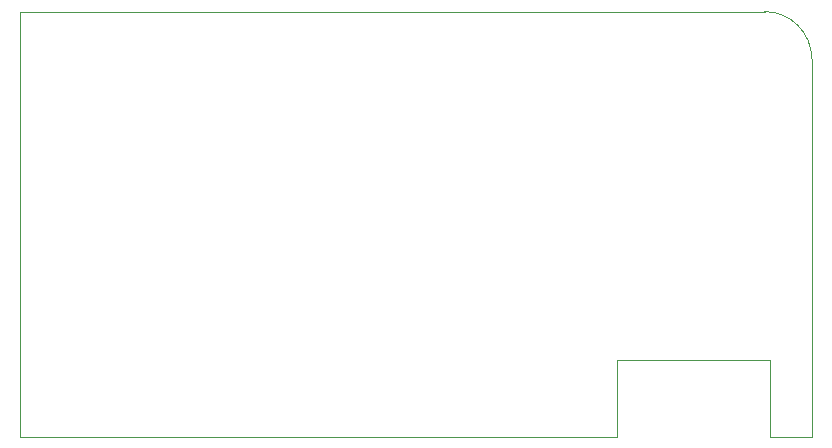
<source format=gbr>
%TF.GenerationSoftware,KiCad,Pcbnew,(6.0.1)*%
%TF.CreationDate,2022-09-15T14:00:08-04:00*%
%TF.ProjectId,bpcw-hardware,62706377-2d68-4617-9264-776172652e6b,rev?*%
%TF.SameCoordinates,Original*%
%TF.FileFunction,Profile,NP*%
%FSLAX46Y46*%
G04 Gerber Fmt 4.6, Leading zero omitted, Abs format (unit mm)*
G04 Created by KiCad (PCBNEW (6.0.1)) date 2022-09-15 14:00:08*
%MOMM*%
%LPD*%
G01*
G04 APERTURE LIST*
%TA.AperFunction,Profile*%
%ADD10C,0.100000*%
%TD*%
G04 APERTURE END LIST*
D10*
X168500000Y-114000000D02*
X118000000Y-114000000D01*
X118000000Y-78000000D02*
X181000000Y-78000000D01*
X185000000Y-82000000D02*
X185000000Y-114000000D01*
X185000000Y-82000000D02*
G75*
G03*
X181000000Y-78000000I-4000000J0D01*
G01*
X185000000Y-114000000D02*
X181500000Y-114000000D01*
X181500000Y-107500000D02*
X168500000Y-107500000D01*
X181500000Y-114000000D02*
X181500000Y-107500000D01*
X168500000Y-107500000D02*
X168500000Y-114000000D01*
X118000000Y-114000000D02*
X118000000Y-78000000D01*
M02*

</source>
